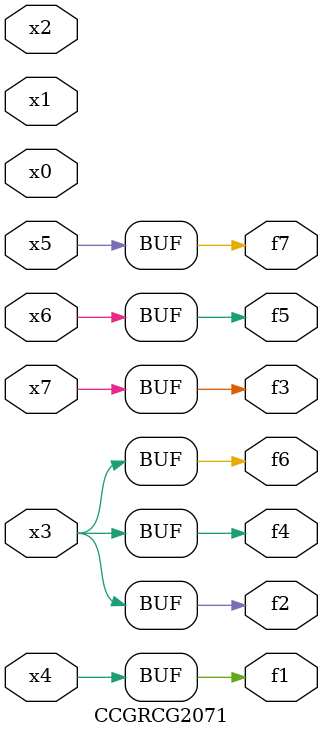
<source format=v>
module CCGRCG2071(
	input x0, x1, x2, x3, x4, x5, x6, x7,
	output f1, f2, f3, f4, f5, f6, f7
);
	assign f1 = x4;
	assign f2 = x3;
	assign f3 = x7;
	assign f4 = x3;
	assign f5 = x6;
	assign f6 = x3;
	assign f7 = x5;
endmodule

</source>
